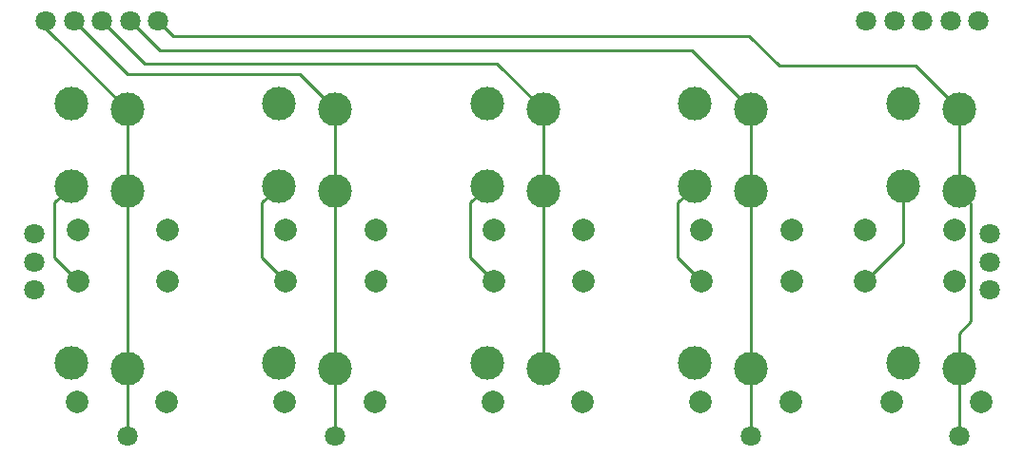
<source format=gbl>
G04 #@! TF.FileFunction,Copper,L2,Bot,Signal*
%FSLAX46Y46*%
G04 Gerber Fmt 4.6, Leading zero omitted, Abs format (unit mm)*
G04 Created by KiCad (PCBNEW 4.0.1-stable) date Monday, April 11, 2016 'PMt' 11:35:55 PM*
%MOMM*%
G01*
G04 APERTURE LIST*
%ADD10C,0.100000*%
%ADD11C,1.800000*%
%ADD12C,2.000000*%
%ADD13C,3.000000*%
%ADD14C,0.250000*%
G04 APERTURE END LIST*
D10*
D11*
X84250000Y-40000000D03*
X65750000Y-40000000D03*
X28750000Y-40000000D03*
X10250000Y-40000000D03*
X86000000Y-3000000D03*
X83500000Y-3000000D03*
X81000000Y-3000000D03*
X78500000Y-3000000D03*
X76000000Y-3000000D03*
X13000000Y-3000000D03*
X10500000Y-3000000D03*
X8000000Y-3000000D03*
X5500000Y-3000000D03*
X3000000Y-3000000D03*
D12*
X5850000Y-26200000D03*
X5850000Y-21600000D03*
X13850000Y-21600000D03*
X13850000Y-26200000D03*
X75850000Y-26200000D03*
X61350000Y-26200000D03*
X42850000Y-26200000D03*
X24350000Y-26200000D03*
X83850000Y-26200000D03*
X69350000Y-26200000D03*
X50850000Y-26200000D03*
X32350000Y-26200000D03*
X83850000Y-21599999D03*
X69350000Y-21600000D03*
X50850000Y-21600000D03*
X32350000Y-21600000D03*
X75850000Y-21600000D03*
X61350000Y-21600000D03*
X42850000Y-21600000D03*
X24350000Y-21600000D03*
D11*
X87000000Y-22000000D03*
X87000000Y-24500000D03*
X2000000Y-22000000D03*
X2000000Y-24500000D03*
D12*
X86250000Y-37000000D03*
X78250000Y-37000000D03*
X61250000Y-37000000D03*
X42750000Y-37000000D03*
X24250000Y-37000000D03*
X69250000Y-37000000D03*
X50750000Y-37000000D03*
X32250000Y-37000000D03*
D13*
X84250000Y-34000000D03*
X65750000Y-34000000D03*
X47250000Y-34000000D03*
X28750000Y-34000000D03*
X79250000Y-33500000D03*
X60750000Y-33500000D03*
X42250000Y-33500000D03*
X23750000Y-33500000D03*
X84250000Y-18200000D03*
X65750000Y-18200000D03*
X47250000Y-18200000D03*
X28750000Y-18200000D03*
X79250000Y-17700000D03*
X60750000Y-17700000D03*
X42250000Y-17700000D03*
X23750000Y-17700000D03*
X79250000Y-10400000D03*
X60750000Y-10400000D03*
X42250000Y-10400000D03*
X23750000Y-10400000D03*
X84250000Y-10900000D03*
X65750000Y-10900000D03*
X47250000Y-10900000D03*
X28750000Y-10900000D03*
X5250000Y-10400000D03*
X5250000Y-17700000D03*
X10250000Y-10900000D03*
X10250000Y-18200000D03*
X10250000Y-34000000D03*
D12*
X13750000Y-37000000D03*
X5750000Y-37000000D03*
D13*
X5250000Y-33500000D03*
D11*
X87000000Y-27000000D03*
X2000000Y-27000000D03*
D14*
X65600000Y-4350000D02*
X14350000Y-4350000D01*
X14350000Y-4350000D02*
X13000000Y-3000000D01*
X68250000Y-7000000D02*
X65600000Y-4350000D01*
X80350000Y-7000000D02*
X68250000Y-7000000D01*
X84250000Y-10900000D02*
X80350000Y-7000000D01*
X65750000Y-10900000D02*
X60500000Y-5650000D01*
X60500000Y-5650000D02*
X13150000Y-5650000D01*
X13150000Y-5650000D02*
X10500000Y-3000000D01*
X47250000Y-10900000D02*
X43150000Y-6800000D01*
X43150000Y-6800000D02*
X11800000Y-6800000D01*
X11800000Y-6800000D02*
X8000000Y-3000000D01*
X25600000Y-7750000D02*
X10250000Y-7750000D01*
X10250000Y-7750000D02*
X5500000Y-3000000D01*
X28750000Y-10900000D02*
X25600000Y-7750000D01*
X10250000Y-10900000D02*
X3000000Y-3650000D01*
X3000000Y-3650000D02*
X3000000Y-3000000D01*
X79250000Y-17700000D02*
X79250000Y-22800000D01*
X79250000Y-22800000D02*
X75850000Y-26200000D01*
X3750001Y-19199999D02*
X3750001Y-24100001D01*
X5250000Y-17700000D02*
X3750001Y-19199999D01*
X3750001Y-24100001D02*
X4850001Y-25200001D01*
X4850001Y-25200001D02*
X5850000Y-26200000D01*
X10250000Y-10900000D02*
X10250000Y-13021320D01*
X10250000Y-13021320D02*
X10250000Y-18200000D01*
X10250000Y-34000000D02*
X10250000Y-31878680D01*
X10250000Y-31878680D02*
X10250000Y-18200000D01*
X28750000Y-10900000D02*
X28750000Y-13021320D01*
X28750000Y-13021320D02*
X28750000Y-18200000D01*
X28750000Y-34000000D02*
X28750000Y-18200000D01*
X47250000Y-34000000D02*
X47250000Y-18200000D01*
X47250000Y-10900000D02*
X47250000Y-13021320D01*
X47250000Y-13021320D02*
X47250000Y-18200000D01*
X65750000Y-18200000D02*
X65750000Y-10900000D01*
X65750000Y-34000000D02*
X65750000Y-18200000D01*
X84250000Y-34000000D02*
X84250000Y-40000000D01*
X84250000Y-18200000D02*
X84250000Y-10900000D01*
X85300000Y-29800000D02*
X84250000Y-30850000D01*
X84250000Y-30850000D02*
X84250000Y-34000000D01*
X85300000Y-19250000D02*
X85300000Y-29800000D01*
X84250000Y-18200000D02*
X85300000Y-19250000D01*
X60750000Y-17700000D02*
X59250001Y-19199999D01*
X42250000Y-17700000D02*
X40750001Y-19199999D01*
X23750000Y-17700000D02*
X22250001Y-19199999D01*
X59250001Y-19199999D02*
X59250001Y-24100001D01*
X40750001Y-19199999D02*
X40750001Y-24100001D01*
X22250001Y-19199999D02*
X22250001Y-24100001D01*
X60350001Y-25200001D02*
X61350000Y-26200000D01*
X41850001Y-25200001D02*
X42850000Y-26200000D01*
X23350001Y-25200001D02*
X24350000Y-26200000D01*
X59250001Y-24100001D02*
X60350001Y-25200001D01*
X40750001Y-24100001D02*
X41850001Y-25200001D01*
X22250001Y-24100001D02*
X23350001Y-25200001D01*
X28750000Y-40000000D02*
X28750000Y-34000000D01*
X10250000Y-40000000D02*
X10250000Y-34000000D01*
X65750000Y-40000000D02*
X65750000Y-34000000D01*
X28750000Y-34900000D02*
X28750000Y-33768630D01*
M02*

</source>
